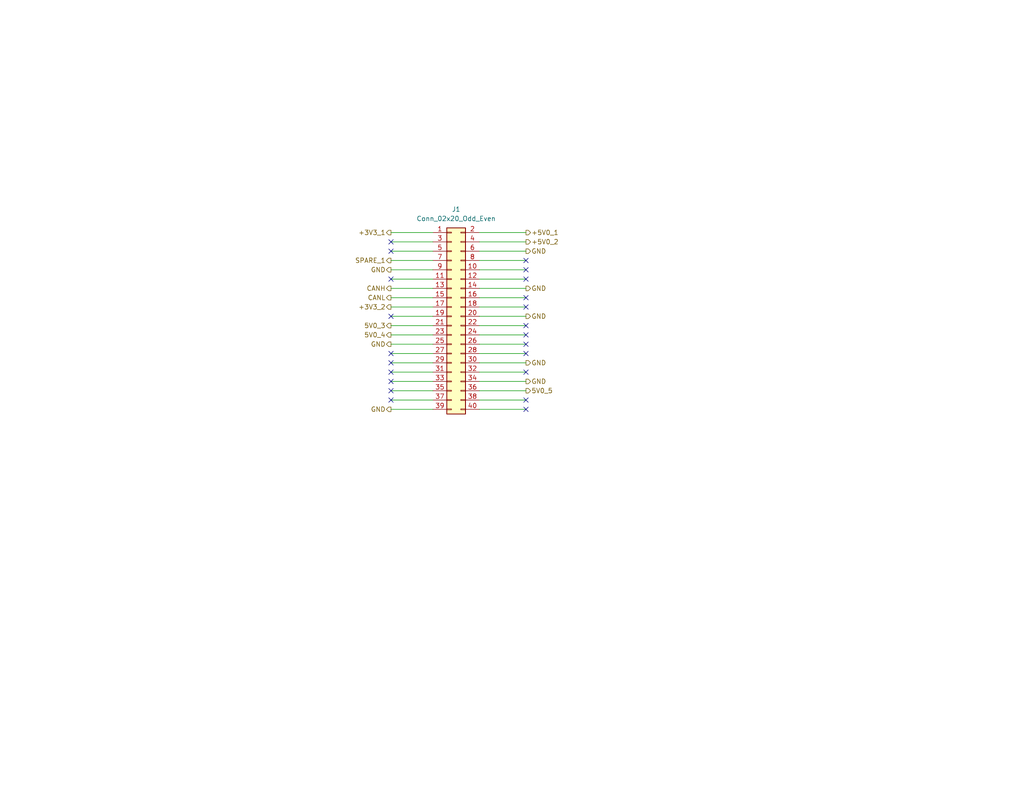
<source format=kicad_sch>
(kicad_sch (version 20211123) (generator eeschema)
  (paper "A")
  (title_block (title "Interboard Connector") (date "2022-01-27"))
  (lib_symbols
    (symbol "Connector_Generic:Conn_02x20_Odd_Even" (pin_names (offset 1.016) hide)
      (property "Reference" "J" (at 1.27 25.4 0))
      (property "Value" "Conn_02x20_Odd_Even" (at 1.27 -27.94 0))
      (symbol "Conn_02x20_Odd_Even_1_1"
        (rectangle (start -1.27 -25.273) (end 0 -25.527) (stroke (width 0.1524)))
        (rectangle (start -1.27 -22.733) (end 0 -22.987) (stroke (width 0.1524)))
        (rectangle (start -1.27 -20.193) (end 0 -20.447) (stroke (width 0.1524)))
        (rectangle (start -1.27 -17.653) (end 0 -17.907) (stroke (width 0.1524)))
        (rectangle (start -1.27 -15.113) (end 0 -15.367) (stroke (width 0.1524)))
        (rectangle (start -1.27 -12.573) (end 0 -12.827) (stroke (width 0.1524)))
        (rectangle (start -1.27 -10.033) (end 0 -10.287) (stroke (width 0.1524)))
        (rectangle (start -1.27 -7.493) (end 0 -7.747) (stroke (width 0.1524)))
        (rectangle (start -1.27 -4.953) (end 0 -5.207) (stroke (width 0.1524)))
        (rectangle (start -1.27 -2.413) (end 0 -2.667) (stroke (width 0.1524)))
        (rectangle (start -1.27 0.127) (end 0 -0.127) (stroke (width 0.1524)))
        (rectangle (start -1.27 2.667) (end 0 2.413) (stroke (width 0.1524)))
        (rectangle (start -1.27 5.207) (end 0 4.953) (stroke (width 0.1524)))
        (rectangle (start -1.27 7.747) (end 0 7.493) (stroke (width 0.1524)))
        (rectangle (start -1.27 10.287) (end 0 10.033) (stroke (width 0.1524)))
        (rectangle (start -1.27 12.827) (end 0 12.573) (stroke (width 0.1524)))
        (rectangle (start -1.27 15.367) (end 0 15.113) (stroke (width 0.1524)))
        (rectangle (start -1.27 17.907) (end 0 17.653) (stroke (width 0.1524)))
        (rectangle (start -1.27 20.447) (end 0 20.193) (stroke (width 0.1524)))
        (rectangle (start -1.27 22.987) (end 0 22.733) (stroke (width 0.1524)))
        (rectangle (start -1.27 24.13) (end 3.81 -26.67) (stroke (width 0.254)) (fill (type background)))
        (rectangle (start 3.81 -25.273) (end 2.54 -25.527) (stroke (width 0.1524)))
        (rectangle (start 3.81 -22.733) (end 2.54 -22.987) (stroke (width 0.1524)))
        (rectangle (start 3.81 -20.193) (end 2.54 -20.447) (stroke (width 0.1524)))
        (rectangle (start 3.81 -17.653) (end 2.54 -17.907) (stroke (width 0.1524)))
        (rectangle (start 3.81 -15.113) (end 2.54 -15.367) (stroke (width 0.1524)))
        (rectangle (start 3.81 -12.573) (end 2.54 -12.827) (stroke (width 0.1524)))
        (rectangle (start 3.81 -10.033) (end 2.54 -10.287) (stroke (width 0.1524)))
        (rectangle (start 3.81 -7.493) (end 2.54 -7.747) (stroke (width 0.1524)))
        (rectangle (start 3.81 -4.953) (end 2.54 -5.207) (stroke (width 0.1524)))
        (rectangle (start 3.81 -2.413) (end 2.54 -2.667) (stroke (width 0.1524)))
        (rectangle (start 3.81 0.127) (end 2.54 -0.127) (stroke (width 0.1524)))
        (rectangle (start 3.81 2.667) (end 2.54 2.413) (stroke (width 0.1524)))
        (rectangle (start 3.81 5.207) (end 2.54 4.953) (stroke (width 0.1524)))
        (rectangle (start 3.81 7.747) (end 2.54 7.493) (stroke (width 0.1524)))
        (rectangle (start 3.81 10.287) (end 2.54 10.033) (stroke (width 0.1524)))
        (rectangle (start 3.81 12.827) (end 2.54 12.573) (stroke (width 0.1524)))
        (rectangle (start 3.81 15.367) (end 2.54 15.113) (stroke (width 0.1524)))
        (rectangle (start 3.81 17.907) (end 2.54 17.653) (stroke (width 0.1524)))
        (rectangle (start 3.81 20.447) (end 2.54 20.193) (stroke (width 0.1524)))
        (rectangle (start 3.81 22.987) (end 2.54 22.733) (stroke (width 0.1524)))
        (pin passive line (at -5.08 22.86 0) (length 3.81) (name "Pin_1") (number "1"))
        (pin passive line (at 7.62 12.7 180) (length 3.81) (name "Pin_10") (number "10"))
        (pin passive line (at -5.08 10.16 0) (length 3.81) (name "Pin_11") (number "11"))
        (pin passive line (at 7.62 10.16 180) (length 3.81) (name "Pin_12") (number "12"))
        (pin passive line (at -5.08 7.62 0) (length 3.81) (name "Pin_13") (number "13"))
        (pin passive line (at 7.62 7.62 180) (length 3.81) (name "Pin_14") (number "14"))
        (pin passive line (at -5.08 5.08 0) (length 3.81) (name "Pin_15") (number "15"))
        (pin passive line (at 7.62 5.08 180) (length 3.81) (name "Pin_16") (number "16"))
        (pin passive line (at -5.08 2.54 0) (length 3.81) (name "Pin_17") (number "17"))
        (pin passive line (at 7.62 2.54 180) (length 3.81) (name "Pin_18") (number "18"))
        (pin passive line (at -5.08 0 0) (length 3.81) (name "Pin_19") (number "19"))
        (pin passive line (at 7.62 22.86 180) (length 3.81) (name "Pin_2") (number "2"))
        (pin passive line (at 7.62 0 180) (length 3.81) (name "Pin_20") (number "20"))
        (pin passive line (at -5.08 -2.54 0) (length 3.81) (name "Pin_21") (number "21"))
        (pin passive line (at 7.62 -2.54 180) (length 3.81) (name "Pin_22") (number "22"))
        (pin passive line (at -5.08 -5.08 0) (length 3.81) (name "Pin_23") (number "23"))
        (pin passive line (at 7.62 -5.08 180) (length 3.81) (name "Pin_24") (number "24"))
        (pin passive line (at -5.08 -7.62 0) (length 3.81) (name "Pin_25") (number "25"))
        (pin passive line (at 7.62 -7.62 180) (length 3.81) (name "Pin_26") (number "26"))
        (pin passive line (at -5.08 -10.16 0) (length 3.81) (name "Pin_27") (number "27"))
        (pin passive line (at 7.62 -10.16 180) (length 3.81) (name "Pin_28") (number "28"))
        (pin passive line (at -5.08 -12.7 0) (length 3.81) (name "Pin_29") (number "29"))
        (pin passive line (at -5.08 20.32 0) (length 3.81) (name "Pin_3") (number "3"))
        (pin passive line (at 7.62 -12.7 180) (length 3.81) (name "Pin_30") (number "30"))
        (pin passive line (at -5.08 -15.24 0) (length 3.81) (name "Pin_31") (number "31"))
        (pin passive line (at 7.62 -15.24 180) (length 3.81) (name "Pin_32") (number "32"))
        (pin passive line (at -5.08 -17.78 0) (length 3.81) (name "Pin_33") (number "33"))
        (pin passive line (at 7.62 -17.78 180) (length 3.81) (name "Pin_34") (number "34"))
        (pin passive line (at -5.08 -20.32 0) (length 3.81) (name "Pin_35") (number "35"))
        (pin passive line (at 7.62 -20.32 180) (length 3.81) (name "Pin_36") (number "36"))
        (pin passive line (at -5.08 -22.86 0) (length 3.81) (name "Pin_37") (number "37"))
        (pin passive line (at 7.62 -22.86 180) (length 3.81) (name "Pin_38") (number "38"))
        (pin passive line (at -5.08 -25.4 0) (length 3.81) (name "Pin_39") (number "39"))
        (pin passive line (at 7.62 20.32 180) (length 3.81) (name "Pin_4") (number "4"))
        (pin passive line (at 7.62 -25.4 180) (length 3.81) (name "Pin_40") (number "40"))
        (pin passive line (at -5.08 17.78 0) (length 3.81) (name "Pin_5") (number "5"))
        (pin passive line (at 7.62 17.78 180) (length 3.81) (name "Pin_6") (number "6"))
        (pin passive line (at -5.08 15.24 0) (length 3.81) (name "Pin_7") (number "7"))
        (pin passive line (at 7.62 15.24 180) (length 3.81) (name "Pin_8") (number "8"))
        (pin passive line (at -5.08 12.7 0) (length 3.81) (name "Pin_9") (number "9"))
      )
    )
  )
  (no_connect (at 106.68 76.2))
  (no_connect (at 143.51 101.6))
  (no_connect (at 143.51 73.66))
  (no_connect (at 143.51 111.76))
  (no_connect (at 143.51 109.22))
  (no_connect (at 143.51 96.52))
  (no_connect (at 143.51 93.98))
  (no_connect (at 143.51 91.44))
  (no_connect (at 143.51 88.9))
  (no_connect (at 143.51 71.12))
  (no_connect (at 143.51 81.28))
  (no_connect (at 143.51 76.2))
  (no_connect (at 106.68 68.58))
  (no_connect (at 106.68 66.04))
  (no_connect (at 106.68 96.52))
  (no_connect (at 106.68 99.06))
  (no_connect (at 106.68 101.6))
  (no_connect (at 106.68 104.14))
  (no_connect (at 106.68 106.68))
  (no_connect (at 106.68 109.22))
  (no_connect (at 106.68 86.36))
  (no_connect (at 143.51 83.82))
  (wire (pts (xy 130.81 93.98) (xy 143.51 93.98)))
  (wire (pts (xy 130.81 68.58) (xy 143.51 68.58)))
  (wire (pts (xy 130.81 63.5) (xy 143.51 63.5)))
  (wire (pts (xy 130.81 111.76) (xy 143.51 111.76)))
  (wire (pts (xy 106.68 93.98) (xy 118.11 93.98)))
  (wire (pts (xy 106.68 104.14) (xy 118.11 104.14)))
  (wire (pts (xy 106.68 68.58) (xy 118.11 68.58)))
  (wire (pts (xy 106.68 71.12) (xy 118.11 71.12)))
  (wire (pts (xy 130.81 91.44) (xy 143.51 91.44)))
  (wire (pts (xy 130.81 99.06) (xy 143.51 99.06)))
  (wire (pts (xy 106.68 66.04) (xy 118.11 66.04)))
  (wire (pts (xy 130.81 81.28) (xy 143.51 81.28)))
  (wire (pts (xy 130.81 106.68) (xy 143.51 106.68)))
  (wire (pts (xy 106.68 111.76) (xy 118.11 111.76)))
  (wire (pts (xy 106.68 101.6) (xy 118.11 101.6)))
  (wire (pts (xy 130.81 66.04) (xy 143.51 66.04)))
  (wire (pts (xy 106.68 86.36) (xy 118.11 86.36)))
  (wire (pts (xy 130.81 76.2) (xy 143.51 76.2)))
  (wire (pts (xy 130.81 101.6) (xy 143.51 101.6)))
  (wire (pts (xy 106.68 78.74) (xy 118.11 78.74)))
  (wire (pts (xy 130.81 73.66) (xy 143.51 73.66)))
  (wire (pts (xy 118.11 106.68) (xy 106.68 106.68)))
  (wire (pts (xy 130.81 88.9) (xy 143.51 88.9)))
  (wire (pts (xy 130.81 83.82) (xy 143.51 83.82)))
  (wire (pts (xy 130.81 104.14) (xy 143.51 104.14)))
  (wire (pts (xy 106.68 76.2) (xy 118.11 76.2)))
  (wire (pts (xy 106.68 96.52) (xy 118.11 96.52)))
  (wire (pts (xy 106.68 109.22) (xy 118.11 109.22)))
  (wire (pts (xy 106.68 63.5) (xy 118.11 63.5)))
  (wire (pts (xy 106.68 88.9) (xy 118.11 88.9)))
  (wire (pts (xy 106.68 83.82) (xy 118.11 83.82)))
  (wire (pts (xy 130.81 71.12) (xy 143.51 71.12)))
  (wire (pts (xy 130.81 86.36) (xy 143.51 86.36)))
  (wire (pts (xy 106.68 91.44) (xy 118.11 91.44)))
  (wire (pts (xy 106.68 81.28) (xy 118.11 81.28)))
  (wire (pts (xy 130.81 109.22) (xy 143.51 109.22)))
  (wire (pts (xy 106.68 99.06) (xy 118.11 99.06)))
  (wire (pts (xy 130.81 78.74) (xy 143.51 78.74)))
  (wire (pts (xy 130.81 96.52) (xy 143.51 96.52)))
  (wire (pts (xy 106.68 73.66) (xy 118.11 73.66)))
  (hierarchical_label "CANH" (shape output) (at 106.68 78.74 180))
  (hierarchical_label "GND" (shape output) (at 106.68 73.66 180))
  (hierarchical_label "GND" (shape output) (at 143.51 86.36 0))
  (hierarchical_label "5V0_5" (shape output) (at 143.51 106.68 0))
  (hierarchical_label "SPARE_1" (shape output) (at 106.68 71.12 180))
  (hierarchical_label "+3V3_2" (shape output) (at 106.68 83.82 180))
  (hierarchical_label "GND" (shape output) (at 143.51 68.58 0))
  (hierarchical_label "CANL" (shape output) (at 106.68 81.28 180))
  (hierarchical_label "5V0_4" (shape output) (at 106.68 91.44 180))
  (hierarchical_label "+5V0_1" (shape output) (at 143.51 63.5 0))
  (hierarchical_label "GND" (shape output) (at 143.51 78.74 0))
  (hierarchical_label "+5V0_2" (shape output) (at 143.51 66.04 0))
  (hierarchical_label "GND" (shape output) (at 106.68 111.76 180))
  (hierarchical_label "GND" (shape output) (at 143.51 104.14 0))
  (hierarchical_label "+3V3_1" (shape output) (at 106.68 63.5 180))
  (hierarchical_label "5V0_3" (shape output) (at 106.68 88.9 180))
  (hierarchical_label "GND" (shape output) (at 143.51 99.06 0))
  (hierarchical_label "GND" (shape output) (at 106.68 93.98 180))
  (symbol (lib_id "Connector_Generic:Conn_02x20_Odd_Even") (at 123.19 86.36 0) (unit 1)
    (property "Reference" "J1" (at 124.46 57.15 0))
    (property "Value" "Conn_02x20_Odd_Even" (at 124.46 59.69 0))
    (property "Footprint" "Connector_PinHeader_2.54mm:PinHeader_2x20_P2.54mm_Vertical" (effects hide))
  )
)
</source>
